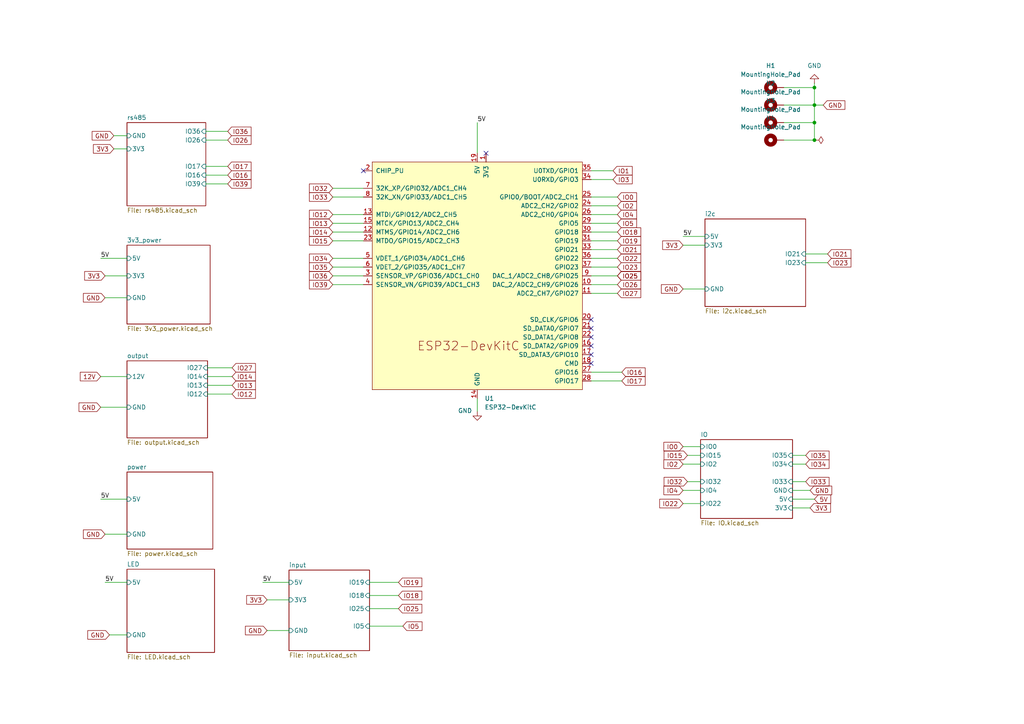
<source format=kicad_sch>
(kicad_sch (version 20250114) (generator "eeschema") (generator_version "9.0")
  (paper "A4")
  (lib_symbols
    (symbol "Mechanical:MountingHole_Pad" (pin_numbers (hide yes)) (pin_names (offset 1.016) (hide yes)) (in_bom no)
      (property "Reference" "H" (at 0 6.35 0))
      (property "Value" "MountingHole_Pad" (at 0 4.445 0))
      (symbol "MountingHole_Pad_0_1"
        (circle (center 0 1.27) (radius 1.27) (stroke (width 1.27)))
      )
      (symbol "MountingHole_Pad_1_1"
        (pin input line (at 0 -2.54 90) (length 2.54) (name "1") (number "1"))
      )
    )
    (symbol "PCM_Espressif:ESP32-DevKitC" (pin_names (offset 1.016))
      (property "Reference" "U1" (at 2.1433 -35.56 0))
      (property "Value" "ESP32-DevKitC" (at 2.1433 -38.1 0))
      (symbol "ESP32-DevKitC_0_0"
        (pin power_in line (at 0 35.56 270) (length 2.54) (name "5V") (number "19"))
        (pin power_in line (at 0 -35.56 90) (length 2.54) (name "GND") (number "14"))
      )
      (symbol "ESP32-DevKitC_0_1"
        (rectangle (start -30.48 33.02) (end 30.48 -33.02) (fill (type background)))
      )
      (symbol "ESP32-DevKitC_1_1"
        (text "ESP32-DevKitC" (at -2.54 -20.32 0) (effects (font (size 2.54 2.54))))
        (pin input line (at -33.02 30.48 0) (length 2.54) (name "CHIP_PU") (number "2"))
        (pin bidirectional line (at -33.02 25.4 0) (length 2.54) (name "32K_XP/GPIO32/ADC1_CH4") (number "7"))
        (pin bidirectional line (at -33.02 22.86 0) (length 2.54) (name "32K_XN/GPIO33/ADC1_CH5") (number "8"))
        (pin bidirectional line (at -33.02 17.78 0) (length 2.54) (name "MTDI/GPIO12/ADC2_CH5") (number "13"))
        (pin bidirectional line (at -33.02 15.24 0) (length 2.54) (name "MTCK/GPIO13/ADC2_CH4") (number "15"))
        (pin bidirectional line (at -33.02 12.7 0) (length 2.54) (name "MTMS/GPIO14/ADC2_CH6") (number "12"))
        (pin bidirectional line (at -33.02 10.16 0) (length 2.54) (name "MTDO/GPIO15/ADC2_CH3") (number "23"))
        (pin input line (at -33.02 5.08 0) (length 2.54) (name "VDET_1/GPIO34/ADC1_CH6") (number "5"))
        (pin input line (at -33.02 2.54 0) (length 2.54) (name "VDET_2/GPIO35/ADC1_CH7") (number "6"))
        (pin input line (at -33.02 0 0) (length 2.54) (name "SENSOR_VP/GPIO36/ADC1_CH0") (number "3"))
        (pin input line (at -33.02 -2.54 0) (length 2.54) (name "SENSOR_VN/GPIO39/ADC1_CH3") (number "4"))
        (pin passive line (at 0 -35.56 90) (length 2.54) (hide yes) (name "GND") (number "32"))
        (pin passive line (at 0 -35.56 90) (length 2.54) (hide yes) (name "GND") (number "38"))
        (pin power_out line (at 2.54 35.56 270) (length 2.54) (name "3V3") (number "1"))
        (pin bidirectional line (at 33.02 30.48 180) (length 2.54) (name "U0TXD/GPIO1") (number "35"))
        (pin bidirectional line (at 33.02 27.94 180) (length 2.54) (name "U0RXD/GPIO3") (number "34"))
        (pin bidirectional line (at 33.02 22.86 180) (length 2.54) (name "GPIO0/BOOT/ADC2_CH1") (number "25"))
        (pin bidirectional line (at 33.02 20.32 180) (length 2.54) (name "ADC2_CH2/GPIO2") (number "24"))
        (pin bidirectional line (at 33.02 17.78 180) (length 2.54) (name "ADC2_CH0/GPIO4") (number "26"))
        (pin bidirectional line (at 33.02 15.24 180) (length 2.54) (name "GPIO5") (number "29"))
        (pin bidirectional line (at 33.02 12.7 180) (length 2.54) (name "GPIO18") (number "30"))
        (pin bidirectional line (at 33.02 10.16 180) (length 2.54) (name "GPIO19") (number "31"))
        (pin bidirectional line (at 33.02 7.62 180) (length 2.54) (name "GPIO21") (number "33"))
        (pin bidirectional line (at 33.02 5.08 180) (length 2.54) (name "GPIO22") (number "36"))
        (pin bidirectional line (at 33.02 2.54 180) (length 2.54) (name "GPIO23") (number "37"))
        (pin bidirectional line (at 33.02 0 180) (length 2.54) (name "DAC_1/ADC2_CH8/GPIO25") (number "9"))
        (pin bidirectional line (at 33.02 -2.54 180) (length 2.54) (name "DAC_2/ADC2_CH9/GPIO26") (number "10"))
        (pin bidirectional line (at 33.02 -5.08 180) (length 2.54) (name "ADC2_CH7/GPIO27") (number "11"))
        (pin bidirectional line (at 33.02 -12.7 180) (length 2.54) (name "SD_CLK/GPIO6") (number "20"))
        (pin bidirectional line (at 33.02 -15.24 180) (length 2.54) (name "SD_DATA0/GPIO7") (number "21"))
        (pin bidirectional line (at 33.02 -17.78 180) (length 2.54) (name "SD_DATA1/GPIO8") (number "22"))
        (pin bidirectional line (at 33.02 -20.32 180) (length 2.54) (name "SD_DATA2/GPIO9") (number "16"))
        (pin bidirectional line (at 33.02 -22.86 180) (length 2.54) (name "SD_DATA3/GPIO10") (number "17"))
        (pin bidirectional line (at 33.02 -25.4 180) (length 2.54) (name "CMD") (number "18"))
        (pin bidirectional line (at 33.02 -27.94 180) (length 2.54) (name "GPIO16") (number "27"))
        (pin bidirectional line (at 33.02 -30.48 180) (length 2.54) (name "GPIO17") (number "28"))
      )
    )
    (symbol "power:GND" (power) (pin_numbers (hide yes)) (pin_names (offset 0) (hide yes))
      (property "Value" "GND" (at 0 -3.81 0))
      (symbol "GND_0_1"
        (polyline (pts (xy 0 0) (xy 0 -1.27) (xy 1.27 -1.27) (xy 0 -2.54) (xy -1.27 -1.27) (xy 0 -1.27)))
      )
      (symbol "GND_1_1"
        (pin power_in line (at 0 0 270) (length 0) (name "~") (number "1"))
      )
    )
    (symbol "power:PWR_FLAG" (power) (pin_numbers (hide yes)) (pin_names (offset 0) (hide yes))
      (property "Value" "PWR_FLAG" (at 0 3.81 0))
      (symbol "PWR_FLAG_0_0"
        (pin power_out line (at 0 0 90) (length 0) (name "~") (number "1"))
      )
      (symbol "PWR_FLAG_0_1"
        (polyline (pts (xy 0 0) (xy 0 1.27) (xy -1.016 1.905) (xy 0 2.54) (xy 1.016 1.905) (xy 0 1.27)))
      )
    )
  )
  (junction (at 236.22 25.4))
  (junction (at 236.22 40.64))
  (junction (at 236.22 30.48))
  (junction (at 236.22 35.56))
  (no_connect (at 171.45 105.41))
  (no_connect (at 171.45 92.71))
  (no_connect (at 171.45 95.25))
  (no_connect (at 105.41 49.53))
  (no_connect (at 171.45 97.79))
  (no_connect (at 171.45 100.33))
  (no_connect (at 140.97 44.45))
  (no_connect (at 171.45 102.87))
  (wire (pts (xy 198.12 68.58) (xy 204.47 68.58)))
  (wire (pts (xy 96.52 82.55) (xy 105.41 82.55)))
  (wire (pts (xy 107.188 172.72) (xy 115.57 172.72)))
  (wire (pts (xy 198.12 134.62) (xy 203.2 134.62)))
  (wire (pts (xy 198.12 129.54) (xy 203.2 129.54)))
  (wire (pts (xy 29.21 74.93) (xy 36.83 74.93)))
  (wire (pts (xy 83.82 168.91) (xy 76.2 168.91)))
  (wire (pts (xy 96.52 54.61) (xy 105.41 54.61)))
  (wire (pts (xy 198.12 142.24) (xy 203.2 142.24)))
  (wire (pts (xy 229.87 134.62) (xy 233.68 134.62)))
  (wire (pts (xy 36.83 168.91) (xy 30.48 168.91)))
  (wire (pts (xy 30.48 154.94) (xy 36.83 154.94)))
  (wire (pts (xy 171.45 64.77) (xy 179.07 64.77)))
  (wire (pts (xy 198.12 146.05) (xy 203.2 146.05)))
  (wire (pts (xy 171.45 110.49) (xy 180.34 110.49)))
  (wire (pts (xy 229.87 142.24) (xy 234.95 142.24)))
  (wire (pts (xy 171.45 77.47) (xy 179.07 77.47)))
  (wire (pts (xy 59.69 48.26) (xy 66.04 48.26)))
  (wire (pts (xy 59.69 40.64) (xy 66.04 40.64)))
  (wire (pts (xy 199.39 132.08) (xy 203.2 132.08)))
  (wire (pts (xy 138.43 115.57) (xy 138.43 119.38)))
  (wire (pts (xy 233.68 76.2) (xy 240.03 76.2)))
  (wire (pts (xy 198.12 71.12) (xy 204.47 71.12)))
  (wire (pts (xy 77.47 173.99) (xy 83.82 173.99)))
  (wire (pts (xy 171.45 57.15) (xy 179.07 57.15)))
  (wire (pts (xy 227.33 35.56) (xy 236.22 35.56)))
  (wire (pts (xy 96.52 62.23) (xy 105.41 62.23)))
  (wire (pts (xy 96.52 67.31) (xy 105.41 67.31)))
  (wire (pts (xy 96.52 74.93) (xy 105.41 74.93)))
  (wire (pts (xy 60.198 106.68) (xy 67.31 106.68)))
  (wire (pts (xy 77.47 182.88) (xy 83.82 182.88)))
  (wire (pts (xy 33.02 39.37) (xy 36.83 39.37)))
  (wire (pts (xy 107.188 181.61) (xy 116.84 181.61)))
  (wire (pts (xy 59.69 38.1) (xy 66.04 38.1)))
  (wire (pts (xy 227.33 25.4) (xy 236.22 25.4)))
  (wire (pts (xy 227.33 30.48) (xy 236.22 30.48)))
  (wire (pts (xy 171.45 80.01) (xy 179.07 80.01)))
  (wire (pts (xy 171.45 72.39) (xy 179.07 72.39)))
  (wire (pts (xy 199.39 139.7) (xy 203.2 139.7)))
  (wire (pts (xy 60.198 111.76) (xy 67.31 111.76)))
  (wire (pts (xy 238.76 30.48) (xy 236.22 30.48)))
  (wire (pts (xy 96.52 80.01) (xy 105.41 80.01)))
  (wire (pts (xy 31.75 184.15) (xy 36.83 184.15)))
  (wire (pts (xy 171.45 52.07) (xy 177.8 52.07)))
  (wire (pts (xy 60.198 114.3) (xy 67.31 114.3)))
  (wire (pts (xy 229.87 139.7) (xy 233.68 139.7)))
  (wire (pts (xy 171.45 82.55) (xy 179.07 82.55)))
  (wire (pts (xy 171.45 49.53) (xy 177.8 49.53)))
  (wire (pts (xy 229.87 132.08) (xy 233.68 132.08)))
  (wire (pts (xy 236.22 30.48) (xy 236.22 35.56)))
  (wire (pts (xy 60.198 109.22) (xy 67.31 109.22)))
  (wire (pts (xy 171.45 67.31) (xy 179.07 67.31)))
  (wire (pts (xy 233.68 73.66) (xy 240.03 73.66)))
  (wire (pts (xy 59.69 50.8) (xy 66.04 50.8)))
  (wire (pts (xy 171.45 62.23) (xy 179.07 62.23)))
  (wire (pts (xy 236.22 35.56) (xy 236.22 40.64)))
  (wire (pts (xy 171.45 85.09) (xy 179.07 85.09)))
  (wire (pts (xy 198.12 83.82) (xy 204.47 83.82)))
  (wire (pts (xy 33.02 43.18) (xy 36.83 43.18)))
  (wire (pts (xy 229.87 147.32) (xy 234.95 147.32)))
  (wire (pts (xy 138.43 35.56) (xy 138.43 44.45)))
  (wire (pts (xy 96.52 69.85) (xy 105.41 69.85)))
  (wire (pts (xy 171.45 74.93) (xy 179.07 74.93)))
  (wire (pts (xy 236.22 25.4) (xy 236.22 30.48)))
  (wire (pts (xy 107.188 168.91) (xy 115.57 168.91)))
  (wire (pts (xy 229.87 144.78) (xy 236.22 144.78)))
  (wire (pts (xy 96.52 64.77) (xy 105.41 64.77)))
  (wire (pts (xy 30.48 86.36) (xy 36.83 86.36)))
  (wire (pts (xy 29.21 118.11) (xy 36.83 118.11)))
  (wire (pts (xy 107.188 176.53) (xy 115.57 176.53)))
  (wire (pts (xy 59.69 53.34) (xy 66.04 53.34)))
  (wire (pts (xy 171.45 59.69) (xy 179.07 59.69)))
  (wire (pts (xy 30.48 80.01) (xy 36.83 80.01)))
  (wire (pts (xy 227.33 40.64) (xy 236.22 40.64)))
  (wire (pts (xy 236.22 24.13) (xy 236.22 25.4)))
  (wire (pts (xy 96.52 77.47) (xy 105.41 77.47)))
  (wire (pts (xy 171.45 107.95) (xy 180.34 107.95)))
  (wire (pts (xy 96.52 57.15) (xy 105.41 57.15)))
  (wire (pts (xy 36.83 109.22) (xy 29.21 109.22)))
  (wire (pts (xy 171.45 69.85) (xy 179.07 69.85)))
  (wire (pts (xy 29.21 144.78) (xy 36.83 144.78)))
  (label "5V" (at 30.48 168.91 0))
  (label "5V" (at 76.2 168.91 0))
  (label "5V" (at 138.43 35.56 0))
  (label "5V" (at 29.21 74.93 0))
  (label "5V" (at 198.12 68.58 0))
  (label "5V" (at 29.21 144.78 0))
  (global_label "IO14" (shape input) (at 67.31 109.22 0) (property "Intersheetrefs" "${INTERSHEET_REFS}" (effects (hide yes))))
  (global_label "IO16" (shape input) (at 66.04 50.8 0) (property "Intersheetrefs" "${INTERSHEET_REFS}" (effects (hide yes))))
  (global_label "IO19" (shape input) (at 179.07 69.85 0) (property "Intersheetrefs" "${INTERSHEET_REFS}" (effects (hide yes))))
  (global_label "12V" (shape input) (at 29.21 109.22 180) (property "Intersheetrefs" "${INTERSHEET_REFS}" (effects (hide yes))))
  (global_label "IO32" (shape input) (at 96.52 54.61 180) (property "Intersheetrefs" "${INTERSHEET_REFS}" (effects (hide yes))))
  (global_label "IO5" (shape input) (at 179.07 64.77 0) (property "Intersheetrefs" "${INTERSHEET_REFS}" (effects (hide yes))))
  (global_label "IO23" (shape input) (at 179.07 77.47 0) (property "Intersheetrefs" "${INTERSHEET_REFS}" (effects (hide yes))))
  (global_label "GND" (shape input) (at 31.75 184.15 180) (property "Intersheetrefs" "${INTERSHEET_REFS}" (effects (hide yes))))
  (global_label "IO25" (shape input) (at 115.57 176.53 0) (property "Intersheetrefs" "${INTERSHEET_REFS}" (effects (hide yes))))
  (global_label "IO12" (shape input) (at 96.52 62.23 180) (property "Intersheetrefs" "${INTERSHEET_REFS}" (effects (hide yes))))
  (global_label "IO2" (shape input) (at 198.12 134.62 180) (property "Intersheetrefs" "${INTERSHEET_REFS}" (effects (hide yes))))
  (global_label "5V" (shape input) (at 236.22 144.78 0) (property "Intersheetrefs" "${INTERSHEET_REFS}" (effects (hide yes))))
  (global_label "IO2" (shape input) (at 179.07 59.69 0) (property "Intersheetrefs" "${INTERSHEET_REFS}" (effects (hide yes))))
  (global_label "IO36" (shape input) (at 96.52 80.01 180) (property "Intersheetrefs" "${INTERSHEET_REFS}" (effects (hide yes))))
  (global_label "IO34" (shape input) (at 96.52 74.93 180) (property "Intersheetrefs" "${INTERSHEET_REFS}" (effects (hide yes))))
  (global_label "IO5" (shape input) (at 116.84 181.61 0) (property "Intersheetrefs" "${INTERSHEET_REFS}" (effects (hide yes))))
  (global_label "IO15" (shape input) (at 199.39 132.08 180) (property "Intersheetrefs" "${INTERSHEET_REFS}" (effects (hide yes))))
  (global_label "IO22" (shape input) (at 198.12 146.05 180) (property "Intersheetrefs" "${INTERSHEET_REFS}" (effects (hide yes))))
  (global_label "GND" (shape input) (at 234.95 142.24 0) (property "Intersheetrefs" "${INTERSHEET_REFS}" (effects (hide yes))))
  (global_label "3V3" (shape input) (at 77.47 173.99 180) (property "Intersheetrefs" "${INTERSHEET_REFS}" (effects (hide yes))))
  (global_label "IO32" (shape input) (at 199.39 139.7 180) (property "Intersheetrefs" "${INTERSHEET_REFS}" (effects (hide yes))))
  (global_label "IO0" (shape input) (at 198.12 129.54 180) (property "Intersheetrefs" "${INTERSHEET_REFS}" (effects (hide yes))))
  (global_label "GND" (shape input) (at 30.48 154.94 180) (property "Intersheetrefs" "${INTERSHEET_REFS}" (effects (hide yes))))
  (global_label "IO4" (shape input) (at 198.12 142.24 180) (property "Intersheetrefs" "${INTERSHEET_REFS}" (effects (hide yes))))
  (global_label "IO13" (shape input) (at 67.31 111.76 0) (property "Intersheetrefs" "${INTERSHEET_REFS}" (effects (hide yes))))
  (global_label "IO39" (shape input) (at 66.04 53.34 0) (property "Intersheetrefs" "${INTERSHEET_REFS}" (effects (hide yes))))
  (global_label "IO3" (shape input) (at 177.8 52.07 0) (property "Intersheetrefs" "${INTERSHEET_REFS}" (effects (hide yes))))
  (global_label "GND" (shape input) (at 29.21 118.11 180) (property "Intersheetrefs" "${INTERSHEET_REFS}" (effects (hide yes))))
  (global_label "GND" (shape input) (at 238.76 30.48 0) (property "Intersheetrefs" "${INTERSHEET_REFS}" (effects (hide yes))))
  (global_label "IO21" (shape input) (at 240.03 73.66 0) (property "Intersheetrefs" "${INTERSHEET_REFS}" (effects (hide yes))))
  (global_label "GND" (shape input) (at 198.12 83.82 180) (property "Intersheetrefs" "${INTERSHEET_REFS}" (effects (hide yes))))
  (global_label "IO14" (shape input) (at 96.52 67.31 180) (property "Intersheetrefs" "${INTERSHEET_REFS}" (effects (hide yes))))
  (global_label "IO33" (shape input) (at 233.68 139.7 0) (property "Intersheetrefs" "${INTERSHEET_REFS}" (effects (hide yes))))
  (global_label "GND" (shape input) (at 30.48 86.36 180) (property "Intersheetrefs" "${INTERSHEET_REFS}" (effects (hide yes))))
  (global_label "IO25" (shape input) (at 179.07 80.01 0) (property "Intersheetrefs" "${INTERSHEET_REFS}" (effects (hide yes))))
  (global_label "IO36" (shape input) (at 66.04 38.1 0) (property "Intersheetrefs" "${INTERSHEET_REFS}" (effects (hide yes))))
  (global_label "IO27" (shape input) (at 179.07 85.09 0) (property "Intersheetrefs" "${INTERSHEET_REFS}" (effects (hide yes))))
  (global_label "IO22" (shape input) (at 179.07 74.93 0) (property "Intersheetrefs" "${INTERSHEET_REFS}" (effects (hide yes))))
  (global_label "IO18" (shape input) (at 179.07 67.31 0) (property "Intersheetrefs" "${INTERSHEET_REFS}" (effects (hide yes))))
  (global_label "3V3" (shape input) (at 33.02 43.18 180) (property "Intersheetrefs" "${INTERSHEET_REFS}" (effects (hide yes))))
  (global_label "IO17" (shape input) (at 180.34 110.49 0) (property "Intersheetrefs" "${INTERSHEET_REFS}" (effects (hide yes))))
  (global_label "GND" (shape input) (at 77.47 182.88 180) (property "Intersheetrefs" "${INTERSHEET_REFS}" (effects (hide yes))))
  (global_label "IO13" (shape input) (at 96.52 64.77 180) (property "Intersheetrefs" "${INTERSHEET_REFS}" (effects (hide yes))))
  (global_label "IO21" (shape input) (at 179.07 72.39 0) (property "Intersheetrefs" "${INTERSHEET_REFS}" (effects (hide yes))))
  (global_label "3V3" (shape input) (at 234.95 147.32 0) (property "Intersheetrefs" "${INTERSHEET_REFS}" (effects (hide yes))))
  (global_label "IO33" (shape input) (at 96.52 57.15 180) (property "Intersheetrefs" "${INTERSHEET_REFS}" (effects (hide yes))))
  (global_label "IO26" (shape input) (at 66.04 40.64 0) (property "Intersheetrefs" "${INTERSHEET_REFS}" (effects (hide yes))))
  (global_label "IO17" (shape input) (at 66.04 48.26 0) (property "Intersheetrefs" "${INTERSHEET_REFS}" (effects (hide yes))))
  (global_label "3V3" (shape input) (at 198.12 71.12 180) (property "Intersheetrefs" "${INTERSHEET_REFS}" (effects (hide yes))))
  (global_label "IO23" (shape input) (at 240.03 76.2 0) (property "Intersheetrefs" "${INTERSHEET_REFS}" (effects (hide yes))))
  (global_label "GND" (shape input) (at 33.02 39.37 180) (property "Intersheetrefs" "${INTERSHEET_REFS}" (effects (hide yes))))
  (global_label "IO26" (shape input) (at 179.07 82.55 0) (property "Intersheetrefs" "${INTERSHEET_REFS}" (effects (hide yes))))
  (global_label "IO27" (shape input) (at 67.31 106.68 0) (property "Intersheetrefs" "${INTERSHEET_REFS}" (effects (hide yes))))
  (global_label "IO19" (shape input) (at 115.57 168.91 0) (property "Intersheetrefs" "${INTERSHEET_REFS}" (effects (hide yes))))
  (global_label "IO35" (shape input) (at 233.68 132.08 0) (property "Intersheetrefs" "${INTERSHEET_REFS}" (effects (hide yes))))
  (global_label "IO12" (shape input) (at 67.31 114.3 0) (property "Intersheetrefs" "${INTERSHEET_REFS}" (effects (hide yes))))
  (global_label "3V3" (shape input) (at 30.48 80.01 180) (property "Intersheetrefs" "${INTERSHEET_REFS}" (effects (hide yes))))
  (global_label "IO15" (shape input) (at 96.52 69.85 180) (property "Intersheetrefs" "${INTERSHEET_REFS}" (effects (hide yes))))
  (global_label "IO39" (shape input) (at 96.52 82.55 180) (property "Intersheetrefs" "${INTERSHEET_REFS}" (effects (hide yes))))
  (global_label "IO35" (shape input) (at 96.52 77.47 180) (property "Intersheetrefs" "${INTERSHEET_REFS}" (effects (hide yes))))
  (global_label "IO1" (shape input) (at 177.8 49.53 0) (property "Intersheetrefs" "${INTERSHEET_REFS}" (effects (hide yes))))
  (global_label "IO16" (shape input) (at 180.34 107.95 0) (property "Intersheetrefs" "${INTERSHEET_REFS}" (effects (hide yes))))
  (global_label "IO4" (shape input) (at 179.07 62.23 0) (property "Intersheetrefs" "${INTERSHEET_REFS}" (effects (hide yes))))
  (global_label "IO18" (shape input) (at 115.57 172.72 0) (property "Intersheetrefs" "${INTERSHEET_REFS}" (effects (hide yes))))
  (global_label "IO34" (shape input) (at 233.68 134.62 0) (property "Intersheetrefs" "${INTERSHEET_REFS}" (effects (hide yes))))
  (global_label "IO0" (shape input) (at 179.07 57.15 0) (property "Intersheetrefs" "${INTERSHEET_REFS}" (effects (hide yes))))
  (global_label "IO25" (shape input) (at 179.07 80.01 0) (property "Intersheetrefs" "${INTERSHEET_REFS}" (effects (hide yes))))
  (symbol (lib_id "PCM_Espressif:ESP32-DevKitC") (at 138.43 80.01 0) (unit 1)
    (property "Reference" "U1" (at 140.5733 115.57 0) (effects (justify left)))
    (property "Value" "ESP32-DevKitC" (at 140.5733 118.11 0) (effects (justify left)))
    (property "Footprint" "PCM_Espressif:ESP32-DevKitC" (effects (hide yes)))
    (property "Datasheet" "https://docs.espressif.com/projects/esp-idf/zh_CN/latest/esp32/hw-reference/esp32/get-started-devkitc.html" (effects (hide yes)))
    (property "Description" "Development Kit" (effects (hide yes)))
  )
  (symbol (lib_id "Mechanical:MountingHole_Pad") (at 224.79 35.56 90) (unit 1) (in_bom no)
    (property "Reference" "H3" (at 223.52 29.21 90))
    (property "Value" "MountingHole_Pad" (at 223.52 31.75 90))
    (property "Footprint" "MountingHole:MountingHole_2.5mm_Pad" (effects (hide yes)))
    (property "Description" "Mounting Hole with connection" (effects (hide yes)))
  )
  (symbol (lib_id "Mechanical:MountingHole_Pad") (at 224.79 40.64 90) (unit 1) (in_bom no)
    (property "Reference" "H4" (at 223.52 34.29 90))
    (property "Value" "MountingHole_Pad" (at 223.52 36.83 90))
    (property "Footprint" "MountingHole:MountingHole_2.5mm_Pad" (effects (hide yes)))
    (property "Description" "Mounting Hole with connection" (effects (hide yes)))
  )
  (symbol (lib_id "power:PWR_FLAG") (at 236.22 40.64 270) (unit 1)
    (property "Reference" "#FLG01" (effects (hide yes)))
    (property "Value" "PWR_FLAG" (effects (hide yes)))
    (property "Description" "Special symbol for telling ERC where power comes from" (effects (hide yes)))
  )
  (symbol (lib_id "power:GND") (at 138.43 119.38 0) (unit 1)
    (property "Reference" "#PWR01" (effects (hide yes)))
    (property "Value" "GND" (at 134.874 119.126 0))
    (property "Description" "Power symbol creates a global label with name \"GND\" , ground" (effects (hide yes)))
  )
  (symbol (lib_id "Mechanical:MountingHole_Pad") (at 224.79 30.48 90) (unit 1) (in_bom no)
    (property "Reference" "H2" (at 223.52 24.13 90))
    (property "Value" "MountingHole_Pad" (at 223.52 26.67 90))
    (property "Footprint" "MountingHole:MountingHole_2.5mm_Pad" (effects (hide yes)))
    (property "Description" "Mounting Hole with connection" (effects (hide yes)))
  )
  (symbol (lib_id "power:GND") (at 236.22 24.13 180) (unit 1)
    (property "Reference" "#PWR02" (effects (hide yes)))
    (property "Value" "GND" (at 236.22 19.05 0))
    (property "Description" "Power symbol creates a global label with name \"GND\" , ground" (effects (hide yes)))
  )
  (symbol (lib_id "Mechanical:MountingHole_Pad") (at 224.79 25.4 90) (unit 1) (in_bom no)
    (property "Reference" "H1" (at 223.52 19.05 90))
    (property "Value" "MountingHole_Pad" (at 223.52 21.59 90))
    (property "Footprint" "MountingHole:MountingHole_2.5mm_Pad" (effects (hide yes)))
    (property "Description" "Mounting Hole with connection" (effects (hide yes)))
  )
  (sheet (at 36.83 165.1) (size 25.4 24.13) (stroke (width 0.1524))
    (property "Sheetname" "LED" (at 36.83 164.3884 0) (effects (justify left bottom)))
    (property "Sheetfile" "LED.kicad_sch" (at 36.83 189.8146 0) (effects (justify left top)))
    (pin "5V" input (at 36.83 168.91 180))
    (pin "GND" input (at 36.83 184.15 180))
  )
  (sheet (at 36.83 35.56) (size 22.86 24.13) (stroke (width 0.1524))
    (property "Sheetname" "rs485" (at 36.83 34.8484 0) (effects (justify left bottom)))
    (property "Sheetfile" "rs485.kicad_sch" (at 36.83 60.2746 0) (effects (justify left top)))
    (pin "GND" input (at 36.83 39.37 180))
    (pin "3V3" input (at 36.83 43.18 180))
    (pin "IO26" input (at 59.69 40.64 0))
    (pin "IO17" input (at 59.69 48.26 0))
    (pin "IO16" input (at 59.69 50.8 0))
    (pin "IO36" input (at 59.69 38.1 0))
    (pin "IO39" input (at 59.69 53.34 0))
  )
  (sheet (at 36.83 136.906) (size 24.892 22.352) (stroke (width 0.1524))
    (property "Sheetname" "power" (at 36.83 136.1944 0) (effects (justify left bottom)))
    (property "Sheetfile" "power.kicad_sch" (at 36.83 159.8426 0) (effects (justify left top)))
    (pin "GND" input (at 36.83 154.94 180))
    (pin "5V" input (at 36.83 144.78 180))
  )
  (sheet (at 203.2 127.508) (size 26.67 22.86) (stroke (width 0.1524))
    (property "Sheetname" "IO" (at 203.2 126.7964 0) (effects (justify left bottom)))
    (property "Sheetfile" "IO.kicad_sch" (at 203.2 150.9526 0) (effects (justify left top)))
    (pin "3V3" input (at 229.87 147.32 0))
    (pin "IO4" input (at 203.2 142.24 180))
    (pin "IO32" input (at 203.2 139.7 180))
    (pin "GND" input (at 229.87 142.24 0))
    (pin "IO2" input (at 203.2 134.62 180))
    (pin "IO15" input (at 203.2 132.08 180))
    (pin "IO0" input (at 203.2 129.54 180))
    (pin "IO33" input (at 229.87 139.7 0))
    (pin "5V" input (at 229.87 144.78 0))
    (pin "IO35" input (at 229.87 132.08 0))
    (pin "IO34" input (at 229.87 134.62 0))
    (pin "IO22" input (at 203.2 146.05 180))
  )
  (sheet (at 83.82 165.354) (size 23.368 23.368) (stroke (width 0.1524))
    (property "Sheetname" "input" (at 83.82 164.6424 0) (effects (justify left bottom)))
    (property "Sheetfile" "input.kicad_sch" (at 83.82 189.3066 0) (effects (justify left top)))
    (pin "3V3" input (at 83.82 173.99 180))
    (pin "5V" input (at 83.82 168.91 180))
    (pin "IO19" input (at 107.188 168.91 0))
    (pin "IO18" input (at 107.188 172.72 0))
    (pin "IO5" input (at 107.188 181.61 0))
    (pin "GND" input (at 83.82 182.88 180))
    (pin "IO25" input (at 107.188 176.53 0))
  )
  (sheet (at 204.47 63.5) (size 29.21 25.4) (stroke (width 0.1524))
    (property "Sheetname" "i2c" (at 204.47 62.7884 0) (effects (justify left bottom)))
    (property "Sheetfile" "i2c.kicad_sch" (at 204.47 89.4846 0) (effects (justify left top)))
    (pin "5V" input (at 204.47 68.58 180))
    (pin "GND" input (at 204.47 83.82 180))
    (pin "3V3" input (at 204.47 71.12 180))
    (pin "IO21" input (at 233.68 73.66 0))
    (pin "IO23" input (at 233.68 76.2 0))
  )
  (sheet (at 36.83 71.12) (size 24.13 22.86) (stroke (width 0.1524))
    (property "Sheetname" "3v3_power" (at 36.83 70.4084 0) (effects (justify left bottom)))
    (property "Sheetfile" "3v3_power.kicad_sch" (at 36.83 94.5646 0) (effects (justify left top)))
    (pin "GND" input (at 36.83 86.36 180))
    (pin "3V3" input (at 36.83 80.01 180))
    (pin "5V" input (at 36.83 74.93 180))
  )
  (sheet (at 36.83 104.648) (size 23.368 22.352) (stroke (width 0.1524))
    (property "Sheetname" "output" (at 36.83 103.9364 0) (effects (justify left bottom)))
    (property "Sheetfile" "output.kicad_sch" (at 36.83 127.5846 0) (effects (justify left top)))
    (pin "IO14" input (at 60.198 109.22 0))
    (pin "12V" input (at 36.83 109.22 180))
    (pin "IO12" input (at 60.198 114.3 0))
    (pin "IO27" input (at 60.198 106.68 0))
    (pin "IO13" input (at 60.198 111.76 0))
    (pin "GND" input (at 36.83 118.11 180))
  )
)
</source>
